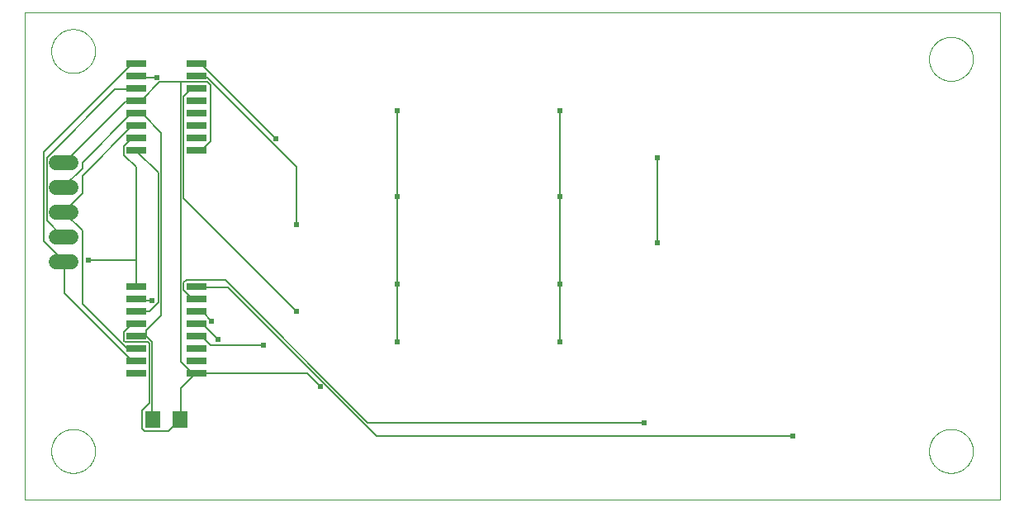
<source format=gbl>
G75*
%MOIN*%
%OFA0B0*%
%FSLAX25Y25*%
%IPPOS*%
%LPD*%
%AMOC8*
5,1,8,0,0,1.08239X$1,22.5*
%
%ADD10C,0.00000*%
%ADD11R,0.06299X0.07087*%
%ADD12R,0.08000X0.02600*%
%ADD13C,0.06000*%
%ADD14C,0.00600*%
%ADD15C,0.02400*%
D10*
X0001000Y0001000D02*
X0001000Y0197850D01*
X0394701Y0197850D01*
X0394701Y0001000D01*
X0001000Y0001000D01*
X0011827Y0020685D02*
X0011830Y0020902D01*
X0011838Y0021120D01*
X0011851Y0021337D01*
X0011870Y0021553D01*
X0011894Y0021769D01*
X0011923Y0021985D01*
X0011957Y0022199D01*
X0011997Y0022413D01*
X0012042Y0022626D01*
X0012092Y0022837D01*
X0012148Y0023048D01*
X0012208Y0023256D01*
X0012274Y0023464D01*
X0012345Y0023669D01*
X0012421Y0023873D01*
X0012501Y0024075D01*
X0012587Y0024275D01*
X0012677Y0024472D01*
X0012773Y0024668D01*
X0012873Y0024861D01*
X0012978Y0025051D01*
X0013087Y0025239D01*
X0013201Y0025424D01*
X0013320Y0025606D01*
X0013443Y0025786D01*
X0013570Y0025962D01*
X0013702Y0026135D01*
X0013838Y0026304D01*
X0013978Y0026471D01*
X0014122Y0026634D01*
X0014270Y0026793D01*
X0014421Y0026949D01*
X0014577Y0027100D01*
X0014736Y0027248D01*
X0014899Y0027392D01*
X0015066Y0027532D01*
X0015235Y0027668D01*
X0015408Y0027800D01*
X0015584Y0027927D01*
X0015764Y0028050D01*
X0015946Y0028169D01*
X0016131Y0028283D01*
X0016319Y0028392D01*
X0016509Y0028497D01*
X0016702Y0028597D01*
X0016898Y0028693D01*
X0017095Y0028783D01*
X0017295Y0028869D01*
X0017497Y0028949D01*
X0017701Y0029025D01*
X0017906Y0029096D01*
X0018114Y0029162D01*
X0018322Y0029222D01*
X0018533Y0029278D01*
X0018744Y0029328D01*
X0018957Y0029373D01*
X0019171Y0029413D01*
X0019385Y0029447D01*
X0019601Y0029476D01*
X0019817Y0029500D01*
X0020033Y0029519D01*
X0020250Y0029532D01*
X0020468Y0029540D01*
X0020685Y0029543D01*
X0020902Y0029540D01*
X0021120Y0029532D01*
X0021337Y0029519D01*
X0021553Y0029500D01*
X0021769Y0029476D01*
X0021985Y0029447D01*
X0022199Y0029413D01*
X0022413Y0029373D01*
X0022626Y0029328D01*
X0022837Y0029278D01*
X0023048Y0029222D01*
X0023256Y0029162D01*
X0023464Y0029096D01*
X0023669Y0029025D01*
X0023873Y0028949D01*
X0024075Y0028869D01*
X0024275Y0028783D01*
X0024472Y0028693D01*
X0024668Y0028597D01*
X0024861Y0028497D01*
X0025051Y0028392D01*
X0025239Y0028283D01*
X0025424Y0028169D01*
X0025606Y0028050D01*
X0025786Y0027927D01*
X0025962Y0027800D01*
X0026135Y0027668D01*
X0026304Y0027532D01*
X0026471Y0027392D01*
X0026634Y0027248D01*
X0026793Y0027100D01*
X0026949Y0026949D01*
X0027100Y0026793D01*
X0027248Y0026634D01*
X0027392Y0026471D01*
X0027532Y0026304D01*
X0027668Y0026135D01*
X0027800Y0025962D01*
X0027927Y0025786D01*
X0028050Y0025606D01*
X0028169Y0025424D01*
X0028283Y0025239D01*
X0028392Y0025051D01*
X0028497Y0024861D01*
X0028597Y0024668D01*
X0028693Y0024472D01*
X0028783Y0024275D01*
X0028869Y0024075D01*
X0028949Y0023873D01*
X0029025Y0023669D01*
X0029096Y0023464D01*
X0029162Y0023256D01*
X0029222Y0023048D01*
X0029278Y0022837D01*
X0029328Y0022626D01*
X0029373Y0022413D01*
X0029413Y0022199D01*
X0029447Y0021985D01*
X0029476Y0021769D01*
X0029500Y0021553D01*
X0029519Y0021337D01*
X0029532Y0021120D01*
X0029540Y0020902D01*
X0029543Y0020685D01*
X0029540Y0020468D01*
X0029532Y0020250D01*
X0029519Y0020033D01*
X0029500Y0019817D01*
X0029476Y0019601D01*
X0029447Y0019385D01*
X0029413Y0019171D01*
X0029373Y0018957D01*
X0029328Y0018744D01*
X0029278Y0018533D01*
X0029222Y0018322D01*
X0029162Y0018114D01*
X0029096Y0017906D01*
X0029025Y0017701D01*
X0028949Y0017497D01*
X0028869Y0017295D01*
X0028783Y0017095D01*
X0028693Y0016898D01*
X0028597Y0016702D01*
X0028497Y0016509D01*
X0028392Y0016319D01*
X0028283Y0016131D01*
X0028169Y0015946D01*
X0028050Y0015764D01*
X0027927Y0015584D01*
X0027800Y0015408D01*
X0027668Y0015235D01*
X0027532Y0015066D01*
X0027392Y0014899D01*
X0027248Y0014736D01*
X0027100Y0014577D01*
X0026949Y0014421D01*
X0026793Y0014270D01*
X0026634Y0014122D01*
X0026471Y0013978D01*
X0026304Y0013838D01*
X0026135Y0013702D01*
X0025962Y0013570D01*
X0025786Y0013443D01*
X0025606Y0013320D01*
X0025424Y0013201D01*
X0025239Y0013087D01*
X0025051Y0012978D01*
X0024861Y0012873D01*
X0024668Y0012773D01*
X0024472Y0012677D01*
X0024275Y0012587D01*
X0024075Y0012501D01*
X0023873Y0012421D01*
X0023669Y0012345D01*
X0023464Y0012274D01*
X0023256Y0012208D01*
X0023048Y0012148D01*
X0022837Y0012092D01*
X0022626Y0012042D01*
X0022413Y0011997D01*
X0022199Y0011957D01*
X0021985Y0011923D01*
X0021769Y0011894D01*
X0021553Y0011870D01*
X0021337Y0011851D01*
X0021120Y0011838D01*
X0020902Y0011830D01*
X0020685Y0011827D01*
X0020468Y0011830D01*
X0020250Y0011838D01*
X0020033Y0011851D01*
X0019817Y0011870D01*
X0019601Y0011894D01*
X0019385Y0011923D01*
X0019171Y0011957D01*
X0018957Y0011997D01*
X0018744Y0012042D01*
X0018533Y0012092D01*
X0018322Y0012148D01*
X0018114Y0012208D01*
X0017906Y0012274D01*
X0017701Y0012345D01*
X0017497Y0012421D01*
X0017295Y0012501D01*
X0017095Y0012587D01*
X0016898Y0012677D01*
X0016702Y0012773D01*
X0016509Y0012873D01*
X0016319Y0012978D01*
X0016131Y0013087D01*
X0015946Y0013201D01*
X0015764Y0013320D01*
X0015584Y0013443D01*
X0015408Y0013570D01*
X0015235Y0013702D01*
X0015066Y0013838D01*
X0014899Y0013978D01*
X0014736Y0014122D01*
X0014577Y0014270D01*
X0014421Y0014421D01*
X0014270Y0014577D01*
X0014122Y0014736D01*
X0013978Y0014899D01*
X0013838Y0015066D01*
X0013702Y0015235D01*
X0013570Y0015408D01*
X0013443Y0015584D01*
X0013320Y0015764D01*
X0013201Y0015946D01*
X0013087Y0016131D01*
X0012978Y0016319D01*
X0012873Y0016509D01*
X0012773Y0016702D01*
X0012677Y0016898D01*
X0012587Y0017095D01*
X0012501Y0017295D01*
X0012421Y0017497D01*
X0012345Y0017701D01*
X0012274Y0017906D01*
X0012208Y0018114D01*
X0012148Y0018322D01*
X0012092Y0018533D01*
X0012042Y0018744D01*
X0011997Y0018957D01*
X0011957Y0019171D01*
X0011923Y0019385D01*
X0011894Y0019601D01*
X0011870Y0019817D01*
X0011851Y0020033D01*
X0011838Y0020250D01*
X0011830Y0020468D01*
X0011827Y0020685D01*
X0011827Y0182102D02*
X0011830Y0182319D01*
X0011838Y0182537D01*
X0011851Y0182754D01*
X0011870Y0182970D01*
X0011894Y0183186D01*
X0011923Y0183402D01*
X0011957Y0183616D01*
X0011997Y0183830D01*
X0012042Y0184043D01*
X0012092Y0184254D01*
X0012148Y0184465D01*
X0012208Y0184673D01*
X0012274Y0184881D01*
X0012345Y0185086D01*
X0012421Y0185290D01*
X0012501Y0185492D01*
X0012587Y0185692D01*
X0012677Y0185889D01*
X0012773Y0186085D01*
X0012873Y0186278D01*
X0012978Y0186468D01*
X0013087Y0186656D01*
X0013201Y0186841D01*
X0013320Y0187023D01*
X0013443Y0187203D01*
X0013570Y0187379D01*
X0013702Y0187552D01*
X0013838Y0187721D01*
X0013978Y0187888D01*
X0014122Y0188051D01*
X0014270Y0188210D01*
X0014421Y0188366D01*
X0014577Y0188517D01*
X0014736Y0188665D01*
X0014899Y0188809D01*
X0015066Y0188949D01*
X0015235Y0189085D01*
X0015408Y0189217D01*
X0015584Y0189344D01*
X0015764Y0189467D01*
X0015946Y0189586D01*
X0016131Y0189700D01*
X0016319Y0189809D01*
X0016509Y0189914D01*
X0016702Y0190014D01*
X0016898Y0190110D01*
X0017095Y0190200D01*
X0017295Y0190286D01*
X0017497Y0190366D01*
X0017701Y0190442D01*
X0017906Y0190513D01*
X0018114Y0190579D01*
X0018322Y0190639D01*
X0018533Y0190695D01*
X0018744Y0190745D01*
X0018957Y0190790D01*
X0019171Y0190830D01*
X0019385Y0190864D01*
X0019601Y0190893D01*
X0019817Y0190917D01*
X0020033Y0190936D01*
X0020250Y0190949D01*
X0020468Y0190957D01*
X0020685Y0190960D01*
X0020902Y0190957D01*
X0021120Y0190949D01*
X0021337Y0190936D01*
X0021553Y0190917D01*
X0021769Y0190893D01*
X0021985Y0190864D01*
X0022199Y0190830D01*
X0022413Y0190790D01*
X0022626Y0190745D01*
X0022837Y0190695D01*
X0023048Y0190639D01*
X0023256Y0190579D01*
X0023464Y0190513D01*
X0023669Y0190442D01*
X0023873Y0190366D01*
X0024075Y0190286D01*
X0024275Y0190200D01*
X0024472Y0190110D01*
X0024668Y0190014D01*
X0024861Y0189914D01*
X0025051Y0189809D01*
X0025239Y0189700D01*
X0025424Y0189586D01*
X0025606Y0189467D01*
X0025786Y0189344D01*
X0025962Y0189217D01*
X0026135Y0189085D01*
X0026304Y0188949D01*
X0026471Y0188809D01*
X0026634Y0188665D01*
X0026793Y0188517D01*
X0026949Y0188366D01*
X0027100Y0188210D01*
X0027248Y0188051D01*
X0027392Y0187888D01*
X0027532Y0187721D01*
X0027668Y0187552D01*
X0027800Y0187379D01*
X0027927Y0187203D01*
X0028050Y0187023D01*
X0028169Y0186841D01*
X0028283Y0186656D01*
X0028392Y0186468D01*
X0028497Y0186278D01*
X0028597Y0186085D01*
X0028693Y0185889D01*
X0028783Y0185692D01*
X0028869Y0185492D01*
X0028949Y0185290D01*
X0029025Y0185086D01*
X0029096Y0184881D01*
X0029162Y0184673D01*
X0029222Y0184465D01*
X0029278Y0184254D01*
X0029328Y0184043D01*
X0029373Y0183830D01*
X0029413Y0183616D01*
X0029447Y0183402D01*
X0029476Y0183186D01*
X0029500Y0182970D01*
X0029519Y0182754D01*
X0029532Y0182537D01*
X0029540Y0182319D01*
X0029543Y0182102D01*
X0029540Y0181885D01*
X0029532Y0181667D01*
X0029519Y0181450D01*
X0029500Y0181234D01*
X0029476Y0181018D01*
X0029447Y0180802D01*
X0029413Y0180588D01*
X0029373Y0180374D01*
X0029328Y0180161D01*
X0029278Y0179950D01*
X0029222Y0179739D01*
X0029162Y0179531D01*
X0029096Y0179323D01*
X0029025Y0179118D01*
X0028949Y0178914D01*
X0028869Y0178712D01*
X0028783Y0178512D01*
X0028693Y0178315D01*
X0028597Y0178119D01*
X0028497Y0177926D01*
X0028392Y0177736D01*
X0028283Y0177548D01*
X0028169Y0177363D01*
X0028050Y0177181D01*
X0027927Y0177001D01*
X0027800Y0176825D01*
X0027668Y0176652D01*
X0027532Y0176483D01*
X0027392Y0176316D01*
X0027248Y0176153D01*
X0027100Y0175994D01*
X0026949Y0175838D01*
X0026793Y0175687D01*
X0026634Y0175539D01*
X0026471Y0175395D01*
X0026304Y0175255D01*
X0026135Y0175119D01*
X0025962Y0174987D01*
X0025786Y0174860D01*
X0025606Y0174737D01*
X0025424Y0174618D01*
X0025239Y0174504D01*
X0025051Y0174395D01*
X0024861Y0174290D01*
X0024668Y0174190D01*
X0024472Y0174094D01*
X0024275Y0174004D01*
X0024075Y0173918D01*
X0023873Y0173838D01*
X0023669Y0173762D01*
X0023464Y0173691D01*
X0023256Y0173625D01*
X0023048Y0173565D01*
X0022837Y0173509D01*
X0022626Y0173459D01*
X0022413Y0173414D01*
X0022199Y0173374D01*
X0021985Y0173340D01*
X0021769Y0173311D01*
X0021553Y0173287D01*
X0021337Y0173268D01*
X0021120Y0173255D01*
X0020902Y0173247D01*
X0020685Y0173244D01*
X0020468Y0173247D01*
X0020250Y0173255D01*
X0020033Y0173268D01*
X0019817Y0173287D01*
X0019601Y0173311D01*
X0019385Y0173340D01*
X0019171Y0173374D01*
X0018957Y0173414D01*
X0018744Y0173459D01*
X0018533Y0173509D01*
X0018322Y0173565D01*
X0018114Y0173625D01*
X0017906Y0173691D01*
X0017701Y0173762D01*
X0017497Y0173838D01*
X0017295Y0173918D01*
X0017095Y0174004D01*
X0016898Y0174094D01*
X0016702Y0174190D01*
X0016509Y0174290D01*
X0016319Y0174395D01*
X0016131Y0174504D01*
X0015946Y0174618D01*
X0015764Y0174737D01*
X0015584Y0174860D01*
X0015408Y0174987D01*
X0015235Y0175119D01*
X0015066Y0175255D01*
X0014899Y0175395D01*
X0014736Y0175539D01*
X0014577Y0175687D01*
X0014421Y0175838D01*
X0014270Y0175994D01*
X0014122Y0176153D01*
X0013978Y0176316D01*
X0013838Y0176483D01*
X0013702Y0176652D01*
X0013570Y0176825D01*
X0013443Y0177001D01*
X0013320Y0177181D01*
X0013201Y0177363D01*
X0013087Y0177548D01*
X0012978Y0177736D01*
X0012873Y0177926D01*
X0012773Y0178119D01*
X0012677Y0178315D01*
X0012587Y0178512D01*
X0012501Y0178712D01*
X0012421Y0178914D01*
X0012345Y0179118D01*
X0012274Y0179323D01*
X0012208Y0179531D01*
X0012148Y0179739D01*
X0012092Y0179950D01*
X0012042Y0180161D01*
X0011997Y0180374D01*
X0011957Y0180588D01*
X0011923Y0180802D01*
X0011894Y0181018D01*
X0011870Y0181234D01*
X0011851Y0181450D01*
X0011838Y0181667D01*
X0011830Y0181885D01*
X0011827Y0182102D01*
X0366158Y0178953D02*
X0366161Y0179170D01*
X0366169Y0179388D01*
X0366182Y0179605D01*
X0366201Y0179821D01*
X0366225Y0180037D01*
X0366254Y0180253D01*
X0366288Y0180467D01*
X0366328Y0180681D01*
X0366373Y0180894D01*
X0366423Y0181105D01*
X0366479Y0181316D01*
X0366539Y0181524D01*
X0366605Y0181732D01*
X0366676Y0181937D01*
X0366752Y0182141D01*
X0366832Y0182343D01*
X0366918Y0182543D01*
X0367008Y0182740D01*
X0367104Y0182936D01*
X0367204Y0183129D01*
X0367309Y0183319D01*
X0367418Y0183507D01*
X0367532Y0183692D01*
X0367651Y0183874D01*
X0367774Y0184054D01*
X0367901Y0184230D01*
X0368033Y0184403D01*
X0368169Y0184572D01*
X0368309Y0184739D01*
X0368453Y0184902D01*
X0368601Y0185061D01*
X0368752Y0185217D01*
X0368908Y0185368D01*
X0369067Y0185516D01*
X0369230Y0185660D01*
X0369397Y0185800D01*
X0369566Y0185936D01*
X0369739Y0186068D01*
X0369915Y0186195D01*
X0370095Y0186318D01*
X0370277Y0186437D01*
X0370462Y0186551D01*
X0370650Y0186660D01*
X0370840Y0186765D01*
X0371033Y0186865D01*
X0371229Y0186961D01*
X0371426Y0187051D01*
X0371626Y0187137D01*
X0371828Y0187217D01*
X0372032Y0187293D01*
X0372237Y0187364D01*
X0372445Y0187430D01*
X0372653Y0187490D01*
X0372864Y0187546D01*
X0373075Y0187596D01*
X0373288Y0187641D01*
X0373502Y0187681D01*
X0373716Y0187715D01*
X0373932Y0187744D01*
X0374148Y0187768D01*
X0374364Y0187787D01*
X0374581Y0187800D01*
X0374799Y0187808D01*
X0375016Y0187811D01*
X0375233Y0187808D01*
X0375451Y0187800D01*
X0375668Y0187787D01*
X0375884Y0187768D01*
X0376100Y0187744D01*
X0376316Y0187715D01*
X0376530Y0187681D01*
X0376744Y0187641D01*
X0376957Y0187596D01*
X0377168Y0187546D01*
X0377379Y0187490D01*
X0377587Y0187430D01*
X0377795Y0187364D01*
X0378000Y0187293D01*
X0378204Y0187217D01*
X0378406Y0187137D01*
X0378606Y0187051D01*
X0378803Y0186961D01*
X0378999Y0186865D01*
X0379192Y0186765D01*
X0379382Y0186660D01*
X0379570Y0186551D01*
X0379755Y0186437D01*
X0379937Y0186318D01*
X0380117Y0186195D01*
X0380293Y0186068D01*
X0380466Y0185936D01*
X0380635Y0185800D01*
X0380802Y0185660D01*
X0380965Y0185516D01*
X0381124Y0185368D01*
X0381280Y0185217D01*
X0381431Y0185061D01*
X0381579Y0184902D01*
X0381723Y0184739D01*
X0381863Y0184572D01*
X0381999Y0184403D01*
X0382131Y0184230D01*
X0382258Y0184054D01*
X0382381Y0183874D01*
X0382500Y0183692D01*
X0382614Y0183507D01*
X0382723Y0183319D01*
X0382828Y0183129D01*
X0382928Y0182936D01*
X0383024Y0182740D01*
X0383114Y0182543D01*
X0383200Y0182343D01*
X0383280Y0182141D01*
X0383356Y0181937D01*
X0383427Y0181732D01*
X0383493Y0181524D01*
X0383553Y0181316D01*
X0383609Y0181105D01*
X0383659Y0180894D01*
X0383704Y0180681D01*
X0383744Y0180467D01*
X0383778Y0180253D01*
X0383807Y0180037D01*
X0383831Y0179821D01*
X0383850Y0179605D01*
X0383863Y0179388D01*
X0383871Y0179170D01*
X0383874Y0178953D01*
X0383871Y0178736D01*
X0383863Y0178518D01*
X0383850Y0178301D01*
X0383831Y0178085D01*
X0383807Y0177869D01*
X0383778Y0177653D01*
X0383744Y0177439D01*
X0383704Y0177225D01*
X0383659Y0177012D01*
X0383609Y0176801D01*
X0383553Y0176590D01*
X0383493Y0176382D01*
X0383427Y0176174D01*
X0383356Y0175969D01*
X0383280Y0175765D01*
X0383200Y0175563D01*
X0383114Y0175363D01*
X0383024Y0175166D01*
X0382928Y0174970D01*
X0382828Y0174777D01*
X0382723Y0174587D01*
X0382614Y0174399D01*
X0382500Y0174214D01*
X0382381Y0174032D01*
X0382258Y0173852D01*
X0382131Y0173676D01*
X0381999Y0173503D01*
X0381863Y0173334D01*
X0381723Y0173167D01*
X0381579Y0173004D01*
X0381431Y0172845D01*
X0381280Y0172689D01*
X0381124Y0172538D01*
X0380965Y0172390D01*
X0380802Y0172246D01*
X0380635Y0172106D01*
X0380466Y0171970D01*
X0380293Y0171838D01*
X0380117Y0171711D01*
X0379937Y0171588D01*
X0379755Y0171469D01*
X0379570Y0171355D01*
X0379382Y0171246D01*
X0379192Y0171141D01*
X0378999Y0171041D01*
X0378803Y0170945D01*
X0378606Y0170855D01*
X0378406Y0170769D01*
X0378204Y0170689D01*
X0378000Y0170613D01*
X0377795Y0170542D01*
X0377587Y0170476D01*
X0377379Y0170416D01*
X0377168Y0170360D01*
X0376957Y0170310D01*
X0376744Y0170265D01*
X0376530Y0170225D01*
X0376316Y0170191D01*
X0376100Y0170162D01*
X0375884Y0170138D01*
X0375668Y0170119D01*
X0375451Y0170106D01*
X0375233Y0170098D01*
X0375016Y0170095D01*
X0374799Y0170098D01*
X0374581Y0170106D01*
X0374364Y0170119D01*
X0374148Y0170138D01*
X0373932Y0170162D01*
X0373716Y0170191D01*
X0373502Y0170225D01*
X0373288Y0170265D01*
X0373075Y0170310D01*
X0372864Y0170360D01*
X0372653Y0170416D01*
X0372445Y0170476D01*
X0372237Y0170542D01*
X0372032Y0170613D01*
X0371828Y0170689D01*
X0371626Y0170769D01*
X0371426Y0170855D01*
X0371229Y0170945D01*
X0371033Y0171041D01*
X0370840Y0171141D01*
X0370650Y0171246D01*
X0370462Y0171355D01*
X0370277Y0171469D01*
X0370095Y0171588D01*
X0369915Y0171711D01*
X0369739Y0171838D01*
X0369566Y0171970D01*
X0369397Y0172106D01*
X0369230Y0172246D01*
X0369067Y0172390D01*
X0368908Y0172538D01*
X0368752Y0172689D01*
X0368601Y0172845D01*
X0368453Y0173004D01*
X0368309Y0173167D01*
X0368169Y0173334D01*
X0368033Y0173503D01*
X0367901Y0173676D01*
X0367774Y0173852D01*
X0367651Y0174032D01*
X0367532Y0174214D01*
X0367418Y0174399D01*
X0367309Y0174587D01*
X0367204Y0174777D01*
X0367104Y0174970D01*
X0367008Y0175166D01*
X0366918Y0175363D01*
X0366832Y0175563D01*
X0366752Y0175765D01*
X0366676Y0175969D01*
X0366605Y0176174D01*
X0366539Y0176382D01*
X0366479Y0176590D01*
X0366423Y0176801D01*
X0366373Y0177012D01*
X0366328Y0177225D01*
X0366288Y0177439D01*
X0366254Y0177653D01*
X0366225Y0177869D01*
X0366201Y0178085D01*
X0366182Y0178301D01*
X0366169Y0178518D01*
X0366161Y0178736D01*
X0366158Y0178953D01*
X0366158Y0020685D02*
X0366161Y0020902D01*
X0366169Y0021120D01*
X0366182Y0021337D01*
X0366201Y0021553D01*
X0366225Y0021769D01*
X0366254Y0021985D01*
X0366288Y0022199D01*
X0366328Y0022413D01*
X0366373Y0022626D01*
X0366423Y0022837D01*
X0366479Y0023048D01*
X0366539Y0023256D01*
X0366605Y0023464D01*
X0366676Y0023669D01*
X0366752Y0023873D01*
X0366832Y0024075D01*
X0366918Y0024275D01*
X0367008Y0024472D01*
X0367104Y0024668D01*
X0367204Y0024861D01*
X0367309Y0025051D01*
X0367418Y0025239D01*
X0367532Y0025424D01*
X0367651Y0025606D01*
X0367774Y0025786D01*
X0367901Y0025962D01*
X0368033Y0026135D01*
X0368169Y0026304D01*
X0368309Y0026471D01*
X0368453Y0026634D01*
X0368601Y0026793D01*
X0368752Y0026949D01*
X0368908Y0027100D01*
X0369067Y0027248D01*
X0369230Y0027392D01*
X0369397Y0027532D01*
X0369566Y0027668D01*
X0369739Y0027800D01*
X0369915Y0027927D01*
X0370095Y0028050D01*
X0370277Y0028169D01*
X0370462Y0028283D01*
X0370650Y0028392D01*
X0370840Y0028497D01*
X0371033Y0028597D01*
X0371229Y0028693D01*
X0371426Y0028783D01*
X0371626Y0028869D01*
X0371828Y0028949D01*
X0372032Y0029025D01*
X0372237Y0029096D01*
X0372445Y0029162D01*
X0372653Y0029222D01*
X0372864Y0029278D01*
X0373075Y0029328D01*
X0373288Y0029373D01*
X0373502Y0029413D01*
X0373716Y0029447D01*
X0373932Y0029476D01*
X0374148Y0029500D01*
X0374364Y0029519D01*
X0374581Y0029532D01*
X0374799Y0029540D01*
X0375016Y0029543D01*
X0375233Y0029540D01*
X0375451Y0029532D01*
X0375668Y0029519D01*
X0375884Y0029500D01*
X0376100Y0029476D01*
X0376316Y0029447D01*
X0376530Y0029413D01*
X0376744Y0029373D01*
X0376957Y0029328D01*
X0377168Y0029278D01*
X0377379Y0029222D01*
X0377587Y0029162D01*
X0377795Y0029096D01*
X0378000Y0029025D01*
X0378204Y0028949D01*
X0378406Y0028869D01*
X0378606Y0028783D01*
X0378803Y0028693D01*
X0378999Y0028597D01*
X0379192Y0028497D01*
X0379382Y0028392D01*
X0379570Y0028283D01*
X0379755Y0028169D01*
X0379937Y0028050D01*
X0380117Y0027927D01*
X0380293Y0027800D01*
X0380466Y0027668D01*
X0380635Y0027532D01*
X0380802Y0027392D01*
X0380965Y0027248D01*
X0381124Y0027100D01*
X0381280Y0026949D01*
X0381431Y0026793D01*
X0381579Y0026634D01*
X0381723Y0026471D01*
X0381863Y0026304D01*
X0381999Y0026135D01*
X0382131Y0025962D01*
X0382258Y0025786D01*
X0382381Y0025606D01*
X0382500Y0025424D01*
X0382614Y0025239D01*
X0382723Y0025051D01*
X0382828Y0024861D01*
X0382928Y0024668D01*
X0383024Y0024472D01*
X0383114Y0024275D01*
X0383200Y0024075D01*
X0383280Y0023873D01*
X0383356Y0023669D01*
X0383427Y0023464D01*
X0383493Y0023256D01*
X0383553Y0023048D01*
X0383609Y0022837D01*
X0383659Y0022626D01*
X0383704Y0022413D01*
X0383744Y0022199D01*
X0383778Y0021985D01*
X0383807Y0021769D01*
X0383831Y0021553D01*
X0383850Y0021337D01*
X0383863Y0021120D01*
X0383871Y0020902D01*
X0383874Y0020685D01*
X0383871Y0020468D01*
X0383863Y0020250D01*
X0383850Y0020033D01*
X0383831Y0019817D01*
X0383807Y0019601D01*
X0383778Y0019385D01*
X0383744Y0019171D01*
X0383704Y0018957D01*
X0383659Y0018744D01*
X0383609Y0018533D01*
X0383553Y0018322D01*
X0383493Y0018114D01*
X0383427Y0017906D01*
X0383356Y0017701D01*
X0383280Y0017497D01*
X0383200Y0017295D01*
X0383114Y0017095D01*
X0383024Y0016898D01*
X0382928Y0016702D01*
X0382828Y0016509D01*
X0382723Y0016319D01*
X0382614Y0016131D01*
X0382500Y0015946D01*
X0382381Y0015764D01*
X0382258Y0015584D01*
X0382131Y0015408D01*
X0381999Y0015235D01*
X0381863Y0015066D01*
X0381723Y0014899D01*
X0381579Y0014736D01*
X0381431Y0014577D01*
X0381280Y0014421D01*
X0381124Y0014270D01*
X0380965Y0014122D01*
X0380802Y0013978D01*
X0380635Y0013838D01*
X0380466Y0013702D01*
X0380293Y0013570D01*
X0380117Y0013443D01*
X0379937Y0013320D01*
X0379755Y0013201D01*
X0379570Y0013087D01*
X0379382Y0012978D01*
X0379192Y0012873D01*
X0378999Y0012773D01*
X0378803Y0012677D01*
X0378606Y0012587D01*
X0378406Y0012501D01*
X0378204Y0012421D01*
X0378000Y0012345D01*
X0377795Y0012274D01*
X0377587Y0012208D01*
X0377379Y0012148D01*
X0377168Y0012092D01*
X0376957Y0012042D01*
X0376744Y0011997D01*
X0376530Y0011957D01*
X0376316Y0011923D01*
X0376100Y0011894D01*
X0375884Y0011870D01*
X0375668Y0011851D01*
X0375451Y0011838D01*
X0375233Y0011830D01*
X0375016Y0011827D01*
X0374799Y0011830D01*
X0374581Y0011838D01*
X0374364Y0011851D01*
X0374148Y0011870D01*
X0373932Y0011894D01*
X0373716Y0011923D01*
X0373502Y0011957D01*
X0373288Y0011997D01*
X0373075Y0012042D01*
X0372864Y0012092D01*
X0372653Y0012148D01*
X0372445Y0012208D01*
X0372237Y0012274D01*
X0372032Y0012345D01*
X0371828Y0012421D01*
X0371626Y0012501D01*
X0371426Y0012587D01*
X0371229Y0012677D01*
X0371033Y0012773D01*
X0370840Y0012873D01*
X0370650Y0012978D01*
X0370462Y0013087D01*
X0370277Y0013201D01*
X0370095Y0013320D01*
X0369915Y0013443D01*
X0369739Y0013570D01*
X0369566Y0013702D01*
X0369397Y0013838D01*
X0369230Y0013978D01*
X0369067Y0014122D01*
X0368908Y0014270D01*
X0368752Y0014421D01*
X0368601Y0014577D01*
X0368453Y0014736D01*
X0368309Y0014899D01*
X0368169Y0015066D01*
X0368033Y0015235D01*
X0367901Y0015408D01*
X0367774Y0015584D01*
X0367651Y0015764D01*
X0367532Y0015946D01*
X0367418Y0016131D01*
X0367309Y0016319D01*
X0367204Y0016509D01*
X0367104Y0016702D01*
X0367008Y0016898D01*
X0366918Y0017095D01*
X0366832Y0017295D01*
X0366752Y0017497D01*
X0366676Y0017701D01*
X0366605Y0017906D01*
X0366539Y0018114D01*
X0366479Y0018322D01*
X0366423Y0018533D01*
X0366373Y0018744D01*
X0366328Y0018957D01*
X0366288Y0019171D01*
X0366254Y0019385D01*
X0366225Y0019601D01*
X0366201Y0019817D01*
X0366182Y0020033D01*
X0366169Y0020250D01*
X0366161Y0020468D01*
X0366158Y0020685D01*
D11*
X0063913Y0033362D03*
X0052890Y0033362D03*
D12*
X0046302Y0052161D03*
X0046302Y0057161D03*
X0046302Y0062161D03*
X0046302Y0067161D03*
X0046302Y0072161D03*
X0046302Y0077161D03*
X0046302Y0082161D03*
X0046302Y0087161D03*
X0070502Y0087161D03*
X0070502Y0082161D03*
X0070502Y0077161D03*
X0070502Y0072161D03*
X0070502Y0067161D03*
X0070502Y0062161D03*
X0070502Y0057161D03*
X0070502Y0052161D03*
X0070502Y0141965D03*
X0070502Y0146965D03*
X0070502Y0151965D03*
X0070502Y0156965D03*
X0070502Y0161965D03*
X0070502Y0166965D03*
X0070502Y0171965D03*
X0070502Y0176965D03*
X0046302Y0176965D03*
X0046302Y0171965D03*
X0046302Y0166965D03*
X0046302Y0161965D03*
X0046302Y0156965D03*
X0046302Y0151965D03*
X0046302Y0146965D03*
X0046302Y0141965D03*
D13*
X0019906Y0137063D02*
X0013906Y0137063D01*
X0013906Y0127063D02*
X0019906Y0127063D01*
X0019906Y0117063D02*
X0013906Y0117063D01*
X0013906Y0107063D02*
X0019906Y0107063D01*
X0019906Y0097063D02*
X0013906Y0097063D01*
D14*
X0016600Y0097600D02*
X0016906Y0097063D01*
X0017200Y0097000D01*
X0017200Y0084400D01*
X0044200Y0057400D01*
X0046000Y0057400D01*
X0046302Y0057161D01*
X0046302Y0062161D02*
X0046000Y0062200D01*
X0042400Y0062200D01*
X0024400Y0080200D01*
X0024400Y0109600D01*
X0017200Y0116800D01*
X0016906Y0117063D01*
X0017200Y0117400D01*
X0024400Y0124600D01*
X0024400Y0131800D01*
X0044200Y0151600D01*
X0046000Y0151600D01*
X0046302Y0151965D01*
X0046600Y0156400D02*
X0046302Y0156965D01*
X0046000Y0156400D01*
X0043600Y0156400D01*
X0024400Y0137200D01*
X0024400Y0134800D01*
X0017200Y0127600D01*
X0016906Y0127063D01*
X0016906Y0137063D02*
X0017200Y0137200D01*
X0041800Y0161800D01*
X0046000Y0161800D01*
X0046302Y0161965D01*
X0046600Y0162400D01*
X0048400Y0162400D01*
X0055600Y0169600D01*
X0064000Y0169600D01*
X0064000Y0056800D01*
X0069400Y0051400D01*
X0070502Y0052161D01*
X0070600Y0052000D01*
X0115000Y0052000D01*
X0120400Y0046600D01*
X0139600Y0032200D02*
X0082000Y0089800D01*
X0066400Y0089800D01*
X0065200Y0088600D01*
X0065200Y0085600D01*
X0068200Y0082600D01*
X0070000Y0082600D01*
X0070502Y0082161D01*
X0070600Y0086800D02*
X0070502Y0087161D01*
X0070600Y0086800D02*
X0083200Y0086800D01*
X0143200Y0026800D01*
X0311200Y0026800D01*
X0251200Y0032200D02*
X0139600Y0032200D01*
X0097600Y0063400D02*
X0076000Y0063400D01*
X0072400Y0067000D01*
X0070600Y0067000D01*
X0070502Y0067161D01*
X0073000Y0071800D02*
X0079000Y0065800D01*
X0076600Y0073000D02*
X0073000Y0076600D01*
X0070600Y0076600D01*
X0070502Y0077161D01*
X0070502Y0072161D02*
X0070600Y0071800D01*
X0073000Y0071800D01*
X0056200Y0075400D02*
X0056200Y0149200D01*
X0049000Y0156400D01*
X0046600Y0156400D01*
X0046302Y0146965D02*
X0046000Y0146800D01*
X0044200Y0146800D01*
X0041200Y0143800D01*
X0041200Y0140200D01*
X0046000Y0135400D01*
X0046000Y0097600D01*
X0026800Y0097600D01*
X0016600Y0097600D02*
X0008800Y0105400D01*
X0008800Y0141400D01*
X0044200Y0176800D01*
X0046000Y0176800D01*
X0046302Y0176965D01*
X0046302Y0171965D02*
X0046600Y0171400D01*
X0054400Y0171400D01*
X0046302Y0166965D02*
X0046000Y0166600D01*
X0037600Y0166600D01*
X0010000Y0139000D01*
X0010000Y0113800D01*
X0016600Y0107200D01*
X0016906Y0107063D01*
X0046000Y0097600D02*
X0046000Y0087400D01*
X0046302Y0087161D01*
X0046302Y0082161D02*
X0046600Y0082000D01*
X0047200Y0081400D01*
X0052600Y0081400D01*
X0055000Y0080800D02*
X0055000Y0133000D01*
X0046600Y0141400D01*
X0046302Y0141965D01*
X0070502Y0141965D02*
X0070600Y0142000D01*
X0072400Y0142000D01*
X0076000Y0145600D01*
X0076000Y0168400D01*
X0074800Y0169600D01*
X0064000Y0169600D01*
X0070600Y0171400D02*
X0070502Y0171965D01*
X0070600Y0171400D02*
X0074800Y0171400D01*
X0110800Y0135400D01*
X0110800Y0112000D01*
X0151600Y0123400D02*
X0151600Y0158200D01*
X0102400Y0146800D02*
X0072400Y0176800D01*
X0070600Y0176800D01*
X0070502Y0176965D01*
X0070502Y0166965D02*
X0070000Y0166600D01*
X0068200Y0166600D01*
X0065200Y0163600D01*
X0065200Y0122800D01*
X0110800Y0077200D01*
X0151600Y0088000D02*
X0151600Y0064600D01*
X0151600Y0088000D02*
X0151600Y0123400D01*
X0217000Y0123400D02*
X0217000Y0158200D01*
X0256600Y0139000D02*
X0256600Y0104800D01*
X0217000Y0088000D02*
X0217000Y0123400D01*
X0217000Y0088000D02*
X0217000Y0064600D01*
X0070502Y0052161D02*
X0070000Y0052000D01*
X0069400Y0051400D01*
X0064000Y0046000D01*
X0064000Y0033400D01*
X0063913Y0033362D01*
X0063400Y0032800D01*
X0059200Y0028600D01*
X0049600Y0028600D01*
X0048400Y0029800D01*
X0048400Y0037000D01*
X0051400Y0040000D01*
X0051400Y0064000D01*
X0050800Y0064600D01*
X0041800Y0064600D01*
X0041200Y0065200D01*
X0041200Y0068800D01*
X0044200Y0071800D01*
X0046000Y0071800D01*
X0046302Y0072161D01*
X0050200Y0069400D02*
X0056200Y0075400D01*
X0051400Y0077200D02*
X0055000Y0080800D01*
X0051400Y0077200D02*
X0046600Y0077200D01*
X0046302Y0077161D01*
X0050200Y0069400D02*
X0050200Y0067000D01*
X0046302Y0067161D01*
X0046600Y0067000D01*
X0050200Y0067000D01*
X0052600Y0064600D01*
X0052600Y0033400D01*
X0052890Y0033362D01*
D15*
X0097600Y0063400D03*
X0079000Y0065800D03*
X0076600Y0073000D03*
X0052600Y0081400D03*
X0026800Y0097600D03*
X0110800Y0112000D03*
X0151600Y0123400D03*
X0102400Y0146800D03*
X0151600Y0158200D03*
X0217000Y0158200D03*
X0256600Y0139000D03*
X0217000Y0123400D03*
X0256600Y0104800D03*
X0217000Y0088000D03*
X0217000Y0064600D03*
X0251200Y0032200D03*
X0311200Y0026800D03*
X0151600Y0064600D03*
X0120400Y0046600D03*
X0110800Y0077200D03*
X0151600Y0088000D03*
X0054400Y0171400D03*
M02*

</source>
